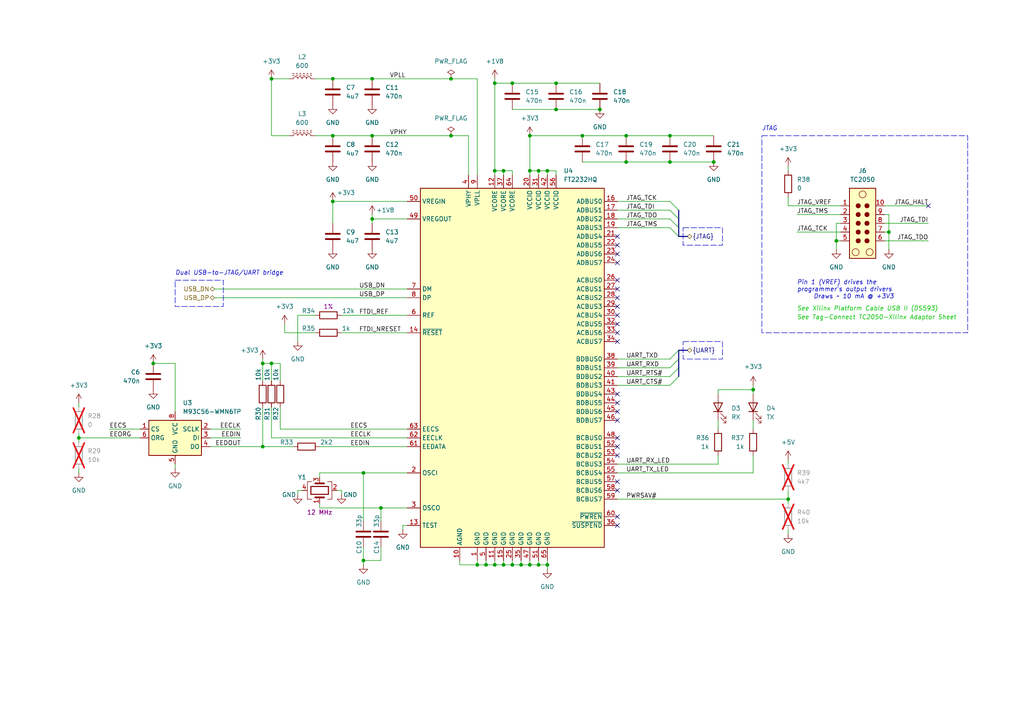
<source format=kicad_sch>
(kicad_sch (version 20250114) (generator "eeschema") (generator_version "9.0")
  (paper "A4")
  (title_block (title "nuku.carrier.template.basic") (date "2025-06-09") (rev "0") (company "Samuel López Asunción") (comment 1 "@supersmau"))
  (lib_symbols
    (symbol "Connector:TC2050" (in_bom no)
      (property "Reference" "J" (at 1.27 11.43 0))
      (property "Value" "TC2050" (at 1.27 -11.43 0))
      (symbol "TC2050_1_1"
        (rectangle (start -2.54 10.16) (end 5.08 -10.16) (stroke (width 0.254)) (fill (type background)))
        (circle (center -0.762 -8.382) (radius 1.016))
        (circle (center 0 5.08) (radius 0.635) (fill (type outline)))
        (circle (center 0 2.54) (radius 0.635) (fill (type outline)))
        (circle (center 0 0) (radius 0.635) (fill (type outline)))
        (circle (center 0 -2.54) (radius 0.635) (fill (type outline)))
        (circle (center 0 -5.08) (radius 0.635) (fill (type outline)))
        (circle (center 1.27 8.382) (radius 1.016))
        (circle (center 2.54 5.08) (radius 0.635) (fill (type outline)))
        (circle (center 2.54 2.54) (radius 0.635) (fill (type outline)))
        (circle (center 2.54 0) (radius 0.635) (fill (type outline)))
        (circle (center 2.54 -2.54) (radius 0.635) (fill (type outline)))
        (circle (center 2.54 -5.08) (radius 0.635) (fill (type outline)))
        (circle (center 3.302 -8.382) (radius 1.016))
        (pin passive line (at -5.08 5.08 0) (length 2.54) (name "~") (number "1"))
        (pin passive line (at -5.08 2.54 0) (length 2.54) (name "~") (number "2"))
        (pin passive line (at -5.08 0 0) (length 2.54) (name "~") (number "3"))
        (pin passive line (at -5.08 -2.54 0) (length 2.54) (name "~") (number "4"))
        (pin passive line (at -5.08 -5.08 0) (length 2.54) (name "~") (number "5"))
        (pin passive line (at 7.62 5.08 180) (length 2.54) (name "~") (number "10"))
        (pin passive line (at 7.62 2.54 180) (length 2.54) (name "~") (number "9"))
        (pin passive line (at 7.62 0 180) (length 2.54) (name "~") (number "8"))
        (pin passive line (at 7.62 -2.54 180) (length 2.54) (name "~") (number "7"))
        (pin passive line (at 7.62 -5.08 180) (length 2.54) (name "~") (number "6"))
      )
    )
    (symbol "Device:C" (pin_numbers (hide yes)) (pin_names (offset 0.254))
      (property "Reference" "C" (at 0.635 2.54 0))
      (property "Value" "C" (at 0.635 -2.54 0))
      (symbol "C_0_1"
        (polyline (pts (xy -2.032 0.762) (xy 2.032 0.762)) (stroke (width 0.508)))
        (polyline (pts (xy -2.032 -0.762) (xy 2.032 -0.762)) (stroke (width 0.508)))
      )
      (symbol "C_1_1"
        (pin passive line (at 0 3.81 270) (length 2.794) (name "~") (number "1"))
        (pin passive line (at 0 -3.81 90) (length 2.794) (name "~") (number "2"))
      )
    )
    (symbol "Device:Crystal_GND24" (pin_names (offset 1.016) (hide yes))
      (property "Reference" "Y" (at 3.175 5.08 0))
      (property "Value" "Crystal_GND24" (at 3.175 3.175 0))
      (symbol "Crystal_GND24_0_1"
        (polyline (pts (xy -2.54 2.286) (xy -2.54 3.556) (xy 2.54 3.556) (xy 2.54 2.286)))
        (polyline (pts (xy -2.54 0) (xy -2.032 0)))
        (polyline (pts (xy -2.54 -2.286) (xy -2.54 -3.556) (xy 2.54 -3.556) (xy 2.54 -2.286)))
        (polyline (pts (xy -2.032 -1.27) (xy -2.032 1.27)) (stroke (width 0.508)))
        (rectangle (start -1.143 2.54) (end 1.143 -2.54) (stroke (width 0.3048)))
        (polyline (pts (xy 0 3.556) (xy 0 3.81)))
        (polyline (pts (xy 0 -3.81) (xy 0 -3.556)))
        (polyline (pts (xy 2.032 0) (xy 2.54 0)))
        (polyline (pts (xy 2.032 -1.27) (xy 2.032 1.27)) (stroke (width 0.508)))
      )
      (symbol "Crystal_GND24_1_1"
        (pin passive line (at -3.81 0 0) (length 1.27) (name "1") (number "1"))
        (pin passive line (at 0 5.08 270) (length 1.27) (name "2") (number "2"))
        (pin passive line (at 0 -5.08 90) (length 1.27) (name "4") (number "4"))
        (pin passive line (at 3.81 0 180) (length 1.27) (name "3") (number "3"))
      )
    )
    (symbol "Device:LED" (pin_numbers (hide yes)) (pin_names (offset 1.016) (hide yes))
      (property "Reference" "D" (at 0 2.54 0))
      (property "Value" "LED" (at 0 -2.54 0))
      (symbol "LED_0_1"
        (polyline (pts (xy -3.048 -0.762) (xy -4.572 -2.286) (xy -3.81 -2.286) (xy -4.572 -2.286) (xy -4.572 -1.524)))
        (polyline (pts (xy -1.778 -0.762) (xy -3.302 -2.286) (xy -2.54 -2.286) (xy -3.302 -2.286) (xy -3.302 -1.524)))
        (polyline (pts (xy -1.27 0) (xy 1.27 0)))
        (polyline (pts (xy -1.27 -1.27) (xy -1.27 1.27)) (stroke (width 0.254)))
        (polyline (pts (xy 1.27 -1.27) (xy 1.27 1.27) (xy -1.27 0) (xy 1.27 -1.27)) (stroke (width 0.254)))
      )
      (symbol "LED_1_1"
        (pin passive line (at -3.81 0 0) (length 2.54) (name "K") (number "1"))
        (pin passive line (at 3.81 0 180) (length 2.54) (name "A") (number "2"))
      )
    )
    (symbol "Device:L_Ferrite" (pin_numbers (hide yes)) (pin_names (offset 1.016) (hide yes))
      (property "Reference" "L" (at -1.27 0 90))
      (property "Value" "L_Ferrite" (at 2.794 0 90))
      (symbol "L_Ferrite_0_1"
        (arc (start 0 2.54) (mid 0.6323 1.905) (end 0 1.27))
        (arc (start 0 1.27) (mid 0.6323 0.635) (end 0 0))
        (arc (start 0 0) (mid 0.6323 -0.635) (end 0 -1.27))
        (arc (start 0 -1.27) (mid 0.6323 -1.905) (end 0 -2.54))
        (polyline (pts (xy 1.016 2.286) (xy 1.016 2.794)))
        (polyline (pts (xy 1.016 1.27) (xy 1.016 1.778)))
        (polyline (pts (xy 1.016 0.254) (xy 1.016 0.762)))
        (polyline (pts (xy 1.016 -0.762) (xy 1.016 -0.254)))
        (polyline (pts (xy 1.016 -1.778) (xy 1.016 -1.27)))
        (polyline (pts (xy 1.016 -2.794) (xy 1.016 -2.286)))
        (polyline (pts (xy 1.524 2.794) (xy 1.524 2.286)))
        (polyline (pts (xy 1.524 1.778) (xy 1.524 1.27)))
        (polyline (pts (xy 1.524 0.762) (xy 1.524 0.254)))
        (polyline (pts (xy 1.524 -0.254) (xy 1.524 -0.762)))
        (polyline (pts (xy 1.524 -1.27) (xy 1.524 -1.778)))
        (polyline (pts (xy 1.524 -2.286) (xy 1.524 -2.794)))
      )
      (symbol "L_Ferrite_1_1"
        (pin passive line (at 0 3.81 270) (length 1.27) (name "1") (number "1"))
        (pin passive line (at 0 -3.81 90) (length 1.27) (name "2") (number "2"))
      )
    )
    (symbol "Device:R" (pin_numbers (hide yes)) (pin_names (offset 0))
      (property "Reference" "R" (at 2.032 0 90))
      (property "Value" "R" (at 0 0 90))
      (symbol "R_0_1"
        (rectangle (start -1.016 -2.54) (end 1.016 2.54) (stroke (width 0.254)))
      )
      (symbol "R_1_1"
        (pin passive line (at 0 3.81 270) (length 1.27) (name "~") (number "1"))
        (pin passive line (at 0 -3.81 90) (length 1.27) (name "~") (number "2"))
      )
    )
    (symbol "Interface_USB:FT2232HQ"
      (property "Reference" "U" (at -26.67 53.34 0))
      (property "Value" "FT2232HQ" (at 19.05 53.34 0))
      (symbol "FT2232HQ_0_1"
        (rectangle (start -26.67 -52.07) (end 26.67 52.07) (stroke (width 0.254)) (fill (type background)))
      )
      (symbol "FT2232HQ_1_1"
        (pin power_in line (at -30.48 48.26 0) (length 3.81) (name "VREGIN") (number "50"))
        (pin power_out line (at -30.48 43.18 0) (length 3.81) (name "VREGOUT") (number "49"))
        (pin bidirectional line (at -30.48 22.86 0) (length 3.81) (name "DM") (number "7"))
        (pin bidirectional line (at -30.48 20.32 0) (length 3.81) (name "DP") (number "8"))
        (pin output line (at -30.48 15.24 0) (length 3.81) (name "REF") (number "6"))
        (pin input line (at -30.48 10.16 0) (length 3.81) (name "~{RESET}") (number "14"))
        (pin output line (at -30.48 -17.78 0) (length 3.81) (name "EECS") (number "63"))
        (pin output line (at -30.48 -20.32 0) (length 3.81) (name "EECLK") (number "62"))
        (pin bidirectional line (at -30.48 -22.86 0) (length 3.81) (name "EEDATA") (number "61"))
        (pin input line (at -30.48 -30.48 0) (length 3.81) (name "OSCI") (number "2"))
        (pin output line (at -30.48 -40.64 0) (length 3.81) (name "OSCO") (number "3"))
        (pin input line (at -30.48 -45.72 0) (length 3.81) (name "TEST") (number "13"))
        (pin power_in line (at -15.24 -55.88 90) (length 3.81) (name "AGND") (number "10"))
        (pin power_in line (at -12.7 55.88 270) (length 3.81) (name "VPHY") (number "4"))
        (pin input line (at -10.16 55.88 270) (length 3.81) (name "VPLL") (number "9"))
        (pin power_in line (at -10.16 -55.88 90) (length 3.81) (name "GND") (number "1"))
        (pin power_in line (at -7.62 -55.88 90) (length 3.81) (name "GND") (number "5"))
        (pin power_in line (at -5.08 55.88 270) (length 3.81) (name "VCORE") (number "12"))
        (pin power_in line (at -5.08 -55.88 90) (length 3.81) (name "GND") (number "11"))
        (pin power_in line (at -2.54 55.88 270) (length 3.81) (name "VCORE") (number "37"))
        (pin power_in line (at -2.54 -55.88 90) (length 3.81) (name "GND") (number "15"))
        (pin power_in line (at 0 55.88 270) (length 3.81) (name "VCORE") (number "64"))
        (pin power_in line (at 0 -55.88 90) (length 3.81) (name "GND") (number "25"))
        (pin power_in line (at 2.54 -55.88 90) (length 3.81) (name "GND") (number "35"))
        (pin power_in line (at 5.08 55.88 270) (length 3.81) (name "VCCIO") (number "20"))
        (pin power_in line (at 5.08 -55.88 90) (length 3.81) (name "GND") (number "47"))
        (pin power_in line (at 7.62 55.88 270) (length 3.81) (name "VCCIO") (number "31"))
        (pin power_in line (at 7.62 -55.88 90) (length 3.81) (name "GND") (number "51"))
        (pin power_in line (at 10.16 55.88 270) (length 3.81) (name "VCCIO") (number "42"))
        (pin power_in line (at 10.16 -55.88 90) (length 3.81) (name "GND") (number "65"))
        (pin power_in line (at 12.7 55.88 270) (length 3.81) (name "VCCIO") (number "56"))
        (pin bidirectional line (at 30.48 48.26 180) (length 3.81) (name "ADBUS0") (number "16"))
        (pin bidirectional line (at 30.48 45.72 180) (length 3.81) (name "ADBUS1") (number "17"))
        (pin bidirectional line (at 30.48 43.18 180) (length 3.81) (name "ADBUS2") (number "18"))
        (pin bidirectional line (at 30.48 40.64 180) (length 3.81) (name "ADBUS3") (number "19"))
        (pin bidirectional line (at 30.48 38.1 180) (length 3.81) (name "ADBUS4") (number "21"))
        (pin bidirectional line (at 30.48 35.56 180) (length 3.81) (name "ADBUS5") (number "22"))
        (pin bidirectional line (at 30.48 33.02 180) (length 3.81) (name "ADBUS6") (number "23"))
        (pin bidirectional line (at 30.48 30.48 180) (length 3.81) (name "ADBUS7") (number "24"))
        (pin bidirectional line (at 30.48 25.4 180) (length 3.81) (name "ACBUS0") (number "26"))
        (pin bidirectional line (at 30.48 22.86 180) (length 3.81) (name "ACBUS1") (number "27"))
        (pin bidirectional line (at 30.48 20.32 180) (length 3.81) (name "ACBUS2") (number "28"))
        (pin bidirectional line (at 30.48 17.78 180) (length 3.81) (name "ACBUS3") (number "29"))
        (pin bidirectional line (at 30.48 15.24 180) (length 3.81) (name "ACBUS4") (number "30"))
        (pin bidirectional line (at 30.48 12.7 180) (length 3.81) (name "ACBUS5") (number "32"))
        (pin bidirectional line (at 30.48 10.16 180) (length 3.81) (name "ACBUS6") (number "33"))
        (pin bidirectional line (at 30.48 7.62 180) (length 3.81) (name "ACBUS7") (number "34"))
        (pin bidirectional line (at 30.48 2.54 180) (length 3.81) (name "BDBUS0") (number "38"))
        (pin bidirectional line (at 30.48 0 180) (length 3.81) (name "BDBUS1") (number "39"))
        (pin bidirectional line (at 30.48 -2.54 180) (length 3.81) (name "BDBUS2") (number "40"))
        (pin bidirectional line (at 30.48 -5.08 180) (length 3.81) (name "BDBUS3") (number "41"))
        (pin bidirectional line (at 30.48 -7.62 180) (length 3.81) (name "BDBUS4") (number "43"))
        (pin bidirectional line (at 30.48 -10.16 180) (length 3.81) (name "BDBUS5") (number "44"))
        (pin bidirectional line (at 30.48 -12.7 180) (length 3.81) (name "BDBUS6") (number "45"))
        (pin bidirectional line (at 30.48 -15.24 180) (length 3.81) (name "BDBUS7") (number "46"))
        (pin bidirectional line (at 30.48 -20.32 180) (length 3.81) (name "BCBUS0") (number "48"))
        (pin bidirectional line (at 30.48 -22.86 180) (length 3.81) (name "BCBUS1") (number "52"))
        (pin bidirectional line (at 30.48 -25.4 180) (length 3.81) (name "BCBUS2") (number "53"))
        (pin bidirectional line (at 30.48 -27.94 180) (length 3.81) (name "BCBUS3") (number "54"))
        (pin bidirectional line (at 30.48 -30.48 180) (length 3.81) (name "BCBUS4") (number "55"))
        (pin bidirectional line (at 30.48 -33.02 180) (length 3.81) (name "BCBUS5") (number "57"))
        (pin bidirectional line (at 30.48 -35.56 180) (length 3.81) (name "BCBUS6") (number "58"))
        (pin bidirectional line (at 30.48 -38.1 180) (length 3.81) (name "BCBUS7") (number "59"))
        (pin output line (at 30.48 -43.18 180) (length 3.81) (name "~{PWREN}") (number "60"))
        (pin output line (at 30.48 -45.72 180) (length 3.81) (name "~{SUSPEND}") (number "36"))
      )
    )
    (symbol "Memory_EEPROM:93CxxC"
      (property "Reference" "U" (at -7.62 6.35 0))
      (property "Value" "93CxxC" (at 2.54 -6.35 0))
      (symbol "93CxxC_1_1"
        (rectangle (start -7.62 5.08) (end 7.62 -5.08) (stroke (width 0.254)) (fill (type background)))
        (pin input line (at -10.16 2.54 0) (length 2.54) (name "CS") (number "1"))
        (pin input line (at -10.16 0 0) (length 2.54) (name "ORG") (number "6"))
        (pin no_connect line (at -7.62 -2.54 0) (length 2.54) (hide yes) (name "NC") (number "7"))
        (pin power_in line (at 0 7.62 270) (length 2.54) (name "VCC") (number "8"))
        (pin power_in line (at 0 -7.62 90) (length 2.54) (name "GND") (number "5"))
        (pin input line (at 10.16 2.54 180) (length 2.54) (name "SCLK") (number "2"))
        (pin input line (at 10.16 0 180) (length 2.54) (name "DI") (number "3"))
        (pin tri_state line (at 10.16 -2.54 180) (length 2.54) (name "DO") (number "4"))
      )
    )
    (symbol "power:+3V3" (power) (pin_numbers (hide yes)) (pin_names (offset 0) (hide yes))
      (property "Value" "+3V3" (at 0 3.556 0))
      (symbol "+3V3_0_1"
        (polyline (pts (xy -0.762 1.27) (xy 0 2.54)))
        (polyline (pts (xy 0 2.54) (xy 0.762 1.27)))
        (polyline (pts (xy 0 0) (xy 0 2.54)))
      )
      (symbol "+3V3_1_1"
        (pin power_in line (at 0 0 90) (length 0) (name "~") (number "1"))
      )
    )
    (symbol "power:GND" (power) (pin_numbers (hide yes)) (pin_names (offset 0) (hide yes))
      (property "Value" "GND" (at 0 -3.81 0))
      (symbol "GND_0_1"
        (polyline (pts (xy 0 0) (xy 0 -1.27) (xy 1.27 -1.27) (xy 0 -2.54) (xy -1.27 -1.27) (xy 0 -1.27)))
      )
      (symbol "GND_1_1"
        (pin power_in line (at 0 0 270) (length 0) (name "~") (number "1"))
      )
    )
    (symbol "power:PWR_FLAG" (power) (pin_numbers (hide yes)) (pin_names (offset 0) (hide yes))
      (property "Value" "PWR_FLAG" (at 0 3.81 0))
      (symbol "PWR_FLAG_0_0"
        (pin power_out line (at 0 0 90) (length 0) (name "~") (number "1"))
      )
      (symbol "PWR_FLAG_0_1"
        (polyline (pts (xy 0 0) (xy 0 1.27) (xy -1.016 1.905) (xy 0 2.54) (xy 1.016 1.905) (xy 0 1.27)))
      )
    )
    (symbol "power:VCC" (power) (pin_numbers (hide yes)) (pin_names (offset 0) (hide yes))
      (property "Value" "VCC" (at 0 3.556 0))
      (symbol "VCC_0_1"
        (polyline (pts (xy -0.762 1.27) (xy 0 2.54)))
        (polyline (pts (xy 0 2.54) (xy 0.762 1.27)))
        (polyline (pts (xy 0 0) (xy 0 2.54)))
      )
      (symbol "VCC_1_1"
        (pin power_in line (at 0 0 90) (length 0) (name "~") (number "1"))
      )
    )
  )
  (rectangle (start 198.12 66.04) (end 209.55 71.12) (stroke (width 0) (type dash)))
  (rectangle (start 198.12 99.06) (end 209.55 104.14) (stroke (width 0) (type dash)))
  (rectangle (start 50.8 81.28) (end 64.77 88.9) (stroke (width 0) (type dash)))
  (rectangle (start 220.98 39.37) (end 280.67 96.52) (stroke (width 0) (type dash)))
  (text "Pin 1 (VREF) drives the\nprogrammer's output drivers\n	Draws ~ 10 mA @ +3V3" (at 231.14 81.28 0) (effects (font (size 1.27 1.27) (italic yes)) (justify left top)))
  (text "See Tag-Connect TC2050-Xilinx Adaptor Sheet" (at 231.14 91.44 0) (effects (font (size 1.27 1.27) (italic yes)) (justify left top)))
  (text "See Xilinx Platform Cable USB II (DS593)" (at 231.14 88.9 0) (effects (font (size 1.27 1.27) (italic yes)) (justify left top)))
  (text "Dual USB-to-JTAG/UART bridge" (at 50.8 80.01 0) (effects (font (size 1.27 1.27) (italic yes)) (justify left bottom)))
  (text "JTAG" (at 220.98 38.1 0) (effects (font (size 1.27 1.27) (italic yes)) (justify left bottom)))
  (junction (at 257.81 67.31))
  (junction (at 143.51 163.83))
  (junction (at 148.59 163.83))
  (junction (at 146.05 49.53))
  (junction (at 242.57 69.85))
  (junction (at 218.44 113.03))
  (junction (at 96.52 39.37))
  (junction (at 107.95 22.86))
  (junction (at 161.29 31.75))
  (junction (at 105.41 137.16))
  (junction (at 153.67 163.83))
  (junction (at 153.67 49.53))
  (junction (at 78.74 22.86))
  (junction (at 105.41 162.56))
  (junction (at 158.75 49.53))
  (junction (at 107.95 63.5))
  (junction (at 76.2 105.41))
  (junction (at 194.31 39.37))
  (junction (at 146.05 163.83))
  (junction (at 168.91 39.37))
  (junction (at 156.21 49.53))
  (junction (at 158.75 163.83))
  (junction (at 107.95 39.37))
  (junction (at 143.51 49.53))
  (junction (at 140.97 163.83))
  (junction (at 151.13 163.83))
  (junction (at 96.52 58.42))
  (junction (at 228.6 144.78))
  (junction (at 194.31 46.99))
  (junction (at 173.99 31.75))
  (junction (at 110.49 147.32))
  (junction (at 181.61 39.37))
  (junction (at 156.21 163.83))
  (junction (at 130.81 39.37))
  (junction (at 44.45 105.41))
  (junction (at 207.01 46.99))
  (junction (at 76.2 129.54))
  (junction (at 181.61 46.99))
  (junction (at 78.74 105.41))
  (junction (at 143.51 24.13))
  (junction (at 161.29 24.13))
  (junction (at 138.43 163.83))
  (junction (at 22.86 127))
  (junction (at 153.67 39.37))
  (junction (at 130.81 22.86))
  (junction (at 96.52 22.86))
  (junction (at 148.59 24.13))
  (no_connect (at 179.07 127))
  (no_connect (at 179.07 132.08))
  (no_connect (at 179.07 93.98))
  (no_connect (at 179.07 121.92))
  (no_connect (at 179.07 73.66))
  (no_connect (at 179.07 99.06))
  (no_connect (at 179.07 76.2))
  (no_connect (at 179.07 119.38))
  (no_connect (at 179.07 91.44))
  (no_connect (at 179.07 116.84))
  (no_connect (at 179.07 81.28))
  (no_connect (at 179.07 71.12))
  (no_connect (at 179.07 68.58))
  (no_connect (at 179.07 142.24))
  (no_connect (at 179.07 88.9))
  (no_connect (at 269.24 59.69))
  (no_connect (at 179.07 152.4))
  (no_connect (at 179.07 149.86))
  (no_connect (at 179.07 86.36))
  (no_connect (at 179.07 114.3))
  (no_connect (at 179.07 139.7))
  (no_connect (at 179.07 96.52))
  (no_connect (at 179.07 129.54))
  (no_connect (at 179.07 83.82))
  (bus_entry (at 196.85 106.68) (size -2.54 2.54))
  (bus_entry (at 194.31 63.5) (size 2.54 2.54))
  (bus_entry (at 196.85 104.14) (size -2.54 2.54))
  (bus_entry (at 196.85 101.6) (size -2.54 2.54))
  (bus_entry (at 194.31 58.42) (size 2.54 2.54))
  (bus_entry (at 194.31 111.76) (size 2.54 -2.54))
  (bus_entry (at 194.31 60.96) (size 2.54 2.54))
  (bus_entry (at 196.85 68.58) (size -2.54 -2.54))
  (wire (pts (xy 105.41 162.56) (xy 105.41 163.83)))
  (wire (pts (xy 161.29 31.75) (xy 173.99 31.75)))
  (wire (pts (xy 60.96 127) (xy 69.85 127)))
  (wire (pts (xy 83.82 39.37) (xy 78.74 39.37)))
  (wire (pts (xy 143.51 49.53) (xy 143.51 50.8)))
  (wire (pts (xy 22.86 125.73) (xy 22.86 127)))
  (wire (pts (xy 138.43 163.83) (xy 140.97 163.83)))
  (wire (pts (xy 194.31 46.99) (xy 207.01 46.99)))
  (wire (pts (xy 116.84 153.67) (xy 116.84 152.4)))
  (wire (pts (xy 179.07 63.5) (xy 194.31 63.5)))
  (wire (pts (xy 78.74 105.41) (xy 76.2 105.41)))
  (wire (pts (xy 138.43 50.8) (xy 138.43 22.86)))
  (wire (pts (xy 179.07 104.14) (xy 194.31 104.14)))
  (wire (pts (xy 60.96 129.54) (xy 76.2 129.54)))
  (wire (pts (xy 218.44 113.03) (xy 218.44 114.3)))
  (wire (pts (xy 86.36 143.51) (xy 86.36 142.24)))
  (wire (pts (xy 158.75 49.53) (xy 156.21 49.53)))
  (wire (pts (xy 135.89 50.8) (xy 135.89 39.37)))
  (wire (pts (xy 194.31 39.37) (xy 207.01 39.37)))
  (wire (pts (xy 22.86 137.16) (xy 22.86 135.89)))
  (wire (pts (xy 148.59 24.13) (xy 161.29 24.13)))
  (wire (pts (xy 153.67 49.53) (xy 153.67 50.8)))
  (wire (pts (xy 96.52 39.37) (xy 107.95 39.37)))
  (wire (pts (xy 107.95 63.5) (xy 107.95 64.77)))
  (wire (pts (xy 22.86 116.84) (xy 22.86 118.11)))
  (wire (pts (xy 256.54 64.77) (xy 269.24 64.77)))
  (bus (pts (xy 196.85 60.96) (xy 196.85 63.5)))
  (wire (pts (xy 76.2 105.41) (xy 76.2 110.49)))
  (wire (pts (xy 148.59 50.8) (xy 148.59 49.53)))
  (wire (pts (xy 92.71 147.32) (xy 110.49 147.32)))
  (wire (pts (xy 107.95 22.86) (xy 130.81 22.86)))
  (wire (pts (xy 228.6 154.94) (xy 228.6 153.67)))
  (wire (pts (xy 256.54 59.69) (xy 269.24 59.69)))
  (wire (pts (xy 91.44 22.86) (xy 96.52 22.86)))
  (wire (pts (xy 257.81 72.39) (xy 257.81 67.31)))
  (wire (pts (xy 31.75 124.46) (xy 40.64 124.46)))
  (wire (pts (xy 130.81 22.86) (xy 138.43 22.86)))
  (wire (pts (xy 78.74 118.11) (xy 78.74 127)))
  (wire (pts (xy 161.29 50.8) (xy 161.29 49.53)))
  (wire (pts (xy 151.13 163.83) (xy 153.67 163.83)))
  (wire (pts (xy 179.07 111.76) (xy 194.31 111.76)))
  (wire (pts (xy 243.84 64.77) (xy 242.57 64.77)))
  (wire (pts (xy 179.07 58.42) (xy 194.31 58.42)))
  (wire (pts (xy 86.36 91.44) (xy 91.44 91.44)))
  (bus (pts (xy 196.85 68.58) (xy 199.39 68.58)))
  (wire (pts (xy 242.57 69.85) (xy 243.84 69.85)))
  (wire (pts (xy 86.36 142.24) (xy 87.63 142.24)))
  (wire (pts (xy 81.28 118.11) (xy 81.28 124.46)))
  (wire (pts (xy 133.35 163.83) (xy 133.35 162.56)))
  (wire (pts (xy 156.21 163.83) (xy 156.21 162.56)))
  (wire (pts (xy 146.05 49.53) (xy 143.51 49.53)))
  (wire (pts (xy 105.41 162.56) (xy 110.49 162.56)))
  (wire (pts (xy 91.44 39.37) (xy 96.52 39.37)))
  (wire (pts (xy 158.75 163.83) (xy 158.75 165.1)))
  (wire (pts (xy 99.06 142.24) (xy 99.06 143.51)))
  (wire (pts (xy 218.44 121.92) (xy 218.44 124.46)))
  (wire (pts (xy 140.97 163.83) (xy 143.51 163.83)))
  (wire (pts (xy 50.8 135.89) (xy 50.8 134.62)))
  (wire (pts (xy 179.07 60.96) (xy 194.31 60.96)))
  (wire (pts (xy 179.07 137.16) (xy 218.44 137.16)))
  (wire (pts (xy 242.57 69.85) (xy 242.57 72.39)))
  (wire (pts (xy 78.74 22.86) (xy 83.82 22.86)))
  (wire (pts (xy 22.86 127) (xy 40.64 127)))
  (wire (pts (xy 208.28 134.62) (xy 208.28 132.08)))
  (wire (pts (xy 218.44 111.76) (xy 218.44 113.03)))
  (wire (pts (xy 92.71 138.43) (xy 92.71 137.16)))
  (wire (pts (xy 228.6 59.69) (xy 243.84 59.69)))
  (wire (pts (xy 86.36 99.06) (xy 86.36 91.44)))
  (wire (pts (xy 228.6 49.53) (xy 228.6 48.26)))
  (wire (pts (xy 143.51 24.13) (xy 143.51 22.86)))
  (wire (pts (xy 208.28 121.92) (xy 208.28 124.46)))
  (wire (pts (xy 228.6 142.24) (xy 228.6 144.78)))
  (wire (pts (xy 179.07 109.22) (xy 194.31 109.22)))
  (wire (pts (xy 81.28 110.49) (xy 81.28 105.41)))
  (wire (pts (xy 231.14 67.31) (xy 243.84 67.31)))
  (wire (pts (xy 181.61 46.99) (xy 194.31 46.99)))
  (wire (pts (xy 179.07 66.04) (xy 194.31 66.04)))
  (wire (pts (xy 116.84 152.4) (xy 118.11 152.4)))
  (wire (pts (xy 91.44 96.52) (xy 82.55 96.52)))
  (wire (pts (xy 105.41 137.16) (xy 105.41 151.13)))
  (wire (pts (xy 50.8 105.41) (xy 50.8 119.38)))
  (wire (pts (xy 208.28 113.03) (xy 218.44 113.03)))
  (wire (pts (xy 161.29 24.13) (xy 173.99 24.13)))
  (wire (pts (xy 105.41 158.75) (xy 105.41 162.56)))
  (wire (pts (xy 81.28 124.46) (xy 118.11 124.46)))
  (wire (pts (xy 96.52 58.42) (xy 118.11 58.42)))
  (wire (pts (xy 92.71 129.54) (xy 118.11 129.54)))
  (wire (pts (xy 96.52 58.42) (xy 96.52 64.77)))
  (wire (pts (xy 146.05 163.83) (xy 146.05 162.56)))
  (wire (pts (xy 256.54 69.85) (xy 269.24 69.85)))
  (wire (pts (xy 148.59 31.75) (xy 161.29 31.75)))
  (wire (pts (xy 156.21 49.53) (xy 156.21 50.8)))
  (wire (pts (xy 179.07 144.78) (xy 228.6 144.78)))
  (wire (pts (xy 143.51 163.83) (xy 146.05 163.83)))
  (wire (pts (xy 81.28 105.41) (xy 78.74 105.41)))
  (wire (pts (xy 99.06 91.44) (xy 118.11 91.44)))
  (bus (pts (xy 196.85 104.14) (xy 196.85 101.6)))
  (wire (pts (xy 60.96 124.46) (xy 69.85 124.46)))
  (wire (pts (xy 133.35 163.83) (xy 138.43 163.83)))
  (wire (pts (xy 110.49 147.32) (xy 110.49 151.13)))
  (bus (pts (xy 196.85 109.22) (xy 196.85 106.68)))
  (wire (pts (xy 179.07 134.62) (xy 208.28 134.62)))
  (wire (pts (xy 168.91 39.37) (xy 181.61 39.37)))
  (wire (pts (xy 78.74 39.37) (xy 78.74 22.86)))
  (wire (pts (xy 97.79 142.24) (xy 99.06 142.24)))
  (wire (pts (xy 92.71 146.05) (xy 92.71 147.32)))
  (wire (pts (xy 228.6 146.05) (xy 228.6 144.78)))
  (wire (pts (xy 218.44 137.16) (xy 218.44 132.08)))
  (wire (pts (xy 181.61 39.37) (xy 194.31 39.37)))
  (wire (pts (xy 76.2 118.11) (xy 76.2 129.54)))
  (wire (pts (xy 107.95 63.5) (xy 118.11 63.5)))
  (wire (pts (xy 148.59 163.83) (xy 151.13 163.83)))
  (wire (pts (xy 242.57 64.77) (xy 242.57 69.85)))
  (wire (pts (xy 231.14 62.23) (xy 243.84 62.23)))
  (wire (pts (xy 208.28 113.03) (xy 208.28 114.3)))
  (wire (pts (xy 153.67 39.37) (xy 153.67 49.53)))
  (bus (pts (xy 196.85 63.5) (xy 196.85 66.04)))
  (wire (pts (xy 143.51 49.53) (xy 143.51 24.13)))
  (bus (pts (xy 196.85 106.68) (xy 196.85 104.14)))
  (wire (pts (xy 143.51 24.13) (xy 148.59 24.13)))
  (wire (pts (xy 148.59 163.83) (xy 148.59 162.56)))
  (wire (pts (xy 99.06 96.52) (xy 118.11 96.52)))
  (wire (pts (xy 92.71 137.16) (xy 105.41 137.16)))
  (wire (pts (xy 44.45 105.41) (xy 50.8 105.41)))
  (wire (pts (xy 96.52 22.86) (xy 107.95 22.86)))
  (wire (pts (xy 256.54 62.23) (xy 257.81 62.23)))
  (wire (pts (xy 146.05 49.53) (xy 146.05 50.8)))
  (wire (pts (xy 257.81 67.31) (xy 256.54 67.31)))
  (wire (pts (xy 158.75 163.83) (xy 158.75 162.56)))
  (wire (pts (xy 22.86 127) (xy 22.86 128.27)))
  (wire (pts (xy 257.81 62.23) (xy 257.81 67.31)))
  (wire (pts (xy 168.91 46.99) (xy 181.61 46.99)))
  (wire (pts (xy 143.51 163.83) (xy 143.51 162.56)))
  (wire (pts (xy 82.55 96.52) (xy 82.55 93.98)))
  (wire (pts (xy 140.97 163.83) (xy 140.97 162.56)))
  (wire (pts (xy 110.49 147.32) (xy 118.11 147.32)))
  (wire (pts (xy 146.05 163.83) (xy 148.59 163.83)))
  (bus (pts (xy 196.85 66.04) (xy 196.85 68.58)))
  (wire (pts (xy 62.23 86.36) (xy 118.11 86.36)))
  (wire (pts (xy 148.59 49.53) (xy 146.05 49.53)))
  (wire (pts (xy 153.67 163.83) (xy 153.67 162.56)))
  (wire (pts (xy 107.95 39.37) (xy 130.81 39.37)))
  (wire (pts (xy 62.23 83.82) (xy 118.11 83.82)))
  (wire (pts (xy 105.41 137.16) (xy 118.11 137.16)))
  (wire (pts (xy 76.2 104.14) (xy 76.2 105.41)))
  (wire (pts (xy 138.43 163.83) (xy 138.43 162.56)))
  (wire (pts (xy 228.6 133.35) (xy 228.6 134.62)))
  (wire (pts (xy 161.29 49.53) (xy 158.75 49.53)))
  (bus (pts (xy 196.85 101.6) (xy 199.39 101.6)))
  (wire (pts (xy 76.2 129.54) (xy 85.09 129.54)))
  (wire (pts (xy 153.67 163.83) (xy 156.21 163.83)))
  (wire (pts (xy 228.6 59.69) (xy 228.6 57.15)))
  (wire (pts (xy 151.13 163.83) (xy 151.13 162.56)))
  (wire (pts (xy 78.74 127) (xy 118.11 127)))
  (wire (pts (xy 107.95 62.23) (xy 107.95 63.5)))
  (wire (pts (xy 156.21 163.83) (xy 158.75 163.83)))
  (wire (pts (xy 156.21 49.53) (xy 153.67 49.53)))
  (wire (pts (xy 158.75 49.53) (xy 158.75 50.8)))
  (wire (pts (xy 110.49 158.75) (xy 110.49 162.56)))
  (wire (pts (xy 78.74 105.41) (xy 78.74 110.49)))
  (wire (pts (xy 130.81 39.37) (xy 135.89 39.37)))
  (wire (pts (xy 179.07 106.68) (xy 194.31 106.68)))
  (wire (pts (xy 153.67 39.37) (xy 168.91 39.37)))
  (label "EECS" (at 31.75 124.46 0))
  (label "VPLL" (at 113.03 22.86 0))
  (label "FTDI_NRESET" (at 104.14 96.52 0))
  (label "UART_CTS#" (at 181.61 111.76 0))
  (label "UART_RTS#" (at 181.61 109.22 0))
  (label "JTAG_TDO" (at 181.61 63.5 0))
  (label "JTAG_TCK" (at 181.61 58.42 0))
  (label "JTAG_TCK" (at 231.14 67.31 0))
  (label "JTAG_TDI" (at 181.61 60.96 0))
  (label "EEORG" (at 31.75 127 0))
  (label "JTAG_TMS" (at 231.14 62.23 0))
  (label "JTAG_TMS" (at 181.61 66.04 0))
  (label "EEDIN" (at 101.6 129.54 0))
  (label "JTAG_TDO" (at 269.24 69.85 180))
  (label "JTAG_TDI" (at 269.24 64.77 180))
  (label "USB_DN" (at 104.14 83.82 0))
  (label "UART_TXD" (at 181.61 104.14 0))
  (label "EECS" (at 101.6 124.46 0))
  (label "UART_RXD" (at 181.61 106.68 0))
  (label "UART_TX_LED" (at 181.61 137.16 0))
  (label "FTDI_REF" (at 104.14 91.44 0))
  (label "EEDOUT" (at 69.85 129.54 180))
  (label "UART_RX_LED" (at 181.61 134.62 0))
  (label "EECLK" (at 101.6 127 0))
  (label "JTAG_VREF" (at 231.14 59.69 0))
  (label "EECLK" (at 69.85 124.46 180))
  (label "EEDIN" (at 69.85 127 180))
  (label "VPHY" (at 113.03 39.37 0))
  (label "JTAG_HALT" (at 269.24 59.69 180))
  (label "PWRSAV#" (at 181.61 144.78 0))
  (label "USB_DP" (at 104.14 86.36 0))
  (hierarchical_label "{UART}" (shape bidirectional) (at 199.39 101.6 0))
  (hierarchical_label "USB_DP" (shape bidirectional) (at 62.23 86.36 180))
  (hierarchical_label "{JTAG}" (shape bidirectional) (at 199.39 68.58 0))
  (hierarchical_label "USB_DN" (shape bidirectional) (at 62.23 83.82 180))
  (symbol (lib_id "Memory_EEPROM:93CxxC") (at 50.8 127 0) (unit 1)
    (property "Reference" "U3" (at 52.9941 116.84 0) (effects (justify left)))
    (property "Value" "M93C56-WMN6TP" (at 52.9941 119.38 0) (effects (justify left)))
    (property "Footprint" "Package_SO:SOIC-8_3.9x4.9mm_P1.27mm" (effects (hide yes)))
    (property "Datasheet" "https://jlcpcb.com/api/file/downloadByFileSystemAccessId/8588904334871941120" (effects (hide yes)))
    (property "LCSC" "C283453" (effects (hide yes)))
  )
  (symbol (lib_id "power:GND") (at 86.36 99.06 0) (unit 1)
    (property "Reference" "#PWR021" (effects (hide yes)))
    (property "Value" "GND" (at 86.36 104.14 0))
    (property "Description" "Power symbol creates a global label with name \"GND\" , ground" (effects (hide yes)))
  )
  (symbol (lib_id "power:GND") (at 96.52 30.48 0) (unit 1)
    (property "Reference" "#PWR023" (effects (hide yes)))
    (property "Value" "GND" (at 96.52 35.56 0))
    (property "Description" "Power symbol creates a global label with name \"GND\" , ground" (effects (hide yes)))
  )
  (symbol (lib_id "power:GND") (at 105.41 163.83 0) (unit 1)
    (property "Reference" "#PWR029" (effects (hide yes)))
    (property "Value" "GND" (at 105.41 168.91 0))
    (property "Description" "Power symbol creates a global label with name \"GND\" , ground" (effects (hide yes)))
  )
  (symbol (lib_id "power:+3V3") (at 44.45 105.41 0) (unit 1)
    (property "Reference" "#PWR05" (effects (hide yes)))
    (property "Value" "+3V3" (at 44.45 100.33 0))
    (property "Description" "Power symbol creates a global label with name \"+3V3\"" (effects (hide yes)))
  )
  (symbol (lib_id "Device:R") (at 95.25 96.52 270) (unit 1)
    (property "Reference" "R35" (at 91.44 95.25 90) (effects (justify right)))
    (property "Value" "1k" (at 101.6 95.25 90) (effects (justify right)))
    (property "Footprint" "Resistor_SMD:R_0402_1005Metric" (effects (hide yes)))
    (property "Description" "Resistor" (effects (hide yes)))
    (property "LCSC" "C11702" (effects (hide yes)))
  )
  (symbol (lib_id "Device:C") (at 96.52 43.18 0) (unit 1)
    (property "Reference" "C8" (at 100.33 41.9099 0) (effects (justify left)))
    (property "Value" "4u7" (at 100.33 44.4499 0) (effects (justify left)))
    (property "Footprint" "Capacitor_SMD:C_0603_1608Metric" (effects (hide yes)))
    (property "Description" "Unpolarized capacitor" (effects (hide yes)))
    (property "LCSC" "C19666" (effects (hide yes)))
  )
  (symbol (lib_id "power:GND") (at 96.52 72.39 0) (unit 1)
    (property "Reference" "#PWR027" (effects (hide yes)))
    (property "Value" "GND" (at 96.52 77.47 0))
    (property "Description" "Power symbol creates a global label with name \"GND\" , ground" (effects (hide yes)))
  )
  (symbol (lib_id "Device:C") (at 148.59 27.94 0) (unit 1)
    (property "Reference" "C15" (at 152.4 26.6699 0) (effects (justify left)))
    (property "Value" "470n" (at 152.4 29.2099 0) (effects (justify left)))
    (property "Footprint" "Capacitor_SMD:C_0402_1005Metric" (effects (hide yes)))
    (property "Description" "Unpolarized capacitor" (effects (hide yes)))
    (property "LCSC" "C47339" (effects (hide yes)))
  )
  (symbol (lib_id "Device:R") (at 228.6 149.86 180) (unit 1) (in_bom no) (on_board no) (dnp yes)
    (property "Reference" "R40" (at 231.14 148.5899 0) (effects (justify right)))
    (property "Value" "10k" (at 231.14 151.1299 0) (effects (justify right)))
    (property "Footprint" "Resistor_SMD:R_0402_1005Metric" (effects (hide yes)))
    (property "Description" "Resistor" (effects (hide yes)))
    (property "LCSC" "C25744" (effects (hide yes)))
  )
  (symbol (lib_id "Device:C") (at 96.52 68.58 0) (unit 1)
    (property "Reference" "C9" (at 100.33 67.3099 0) (effects (justify left)))
    (property "Value" "4u7" (at 100.33 69.8499 0) (effects (justify left)))
    (property "Footprint" "Capacitor_SMD:C_0603_1608Metric" (effects (hide yes)))
    (property "Description" "Unpolarized capacitor" (effects (hide yes)))
    (property "LCSC" "C19666" (effects (hide yes)))
  )
  (symbol (lib_id "Device:C") (at 44.45 109.22 0) (mirror y) (unit 1)
    (property "Reference" "C6" (at 40.64 107.9499 0) (effects (justify left)))
    (property "Value" "470n" (at 40.64 110.4899 0) (effects (justify left)))
    (property "Footprint" "Capacitor_SMD:C_0402_1005Metric" (effects (hide yes)))
    (property "Description" "Unpolarized capacitor" (effects (hide yes)))
    (property "LCSC" "C47339" (effects (hide yes)))
  )
  (symbol (lib_id "Device:R") (at 78.74 114.3 180) (unit 1)
    (property "Reference" "R31" (at 77.47 121.92 90) (effects (justify right)))
    (property "Value" "10k" (at 77.47 110.49 90) (effects (justify right)))
    (property "Footprint" "Resistor_SMD:R_0402_1005Metric" (effects (hide yes)))
    (property "Description" "Resistor" (effects (hide yes)))
    (property "LCSC" "C25744" (effects (hide yes)))
  )
  (symbol (lib_id "power:GND") (at 158.75 165.1 0) (unit 1)
    (property "Reference" "#PWR037" (effects (hide yes)))
    (property "Value" "GND" (at 158.75 170.18 0))
    (property "Description" "Power symbol creates a global label with name \"GND\" , ground" (effects (hide yes)))
  )
  (symbol (lib_id "power:GND") (at 50.8 135.89 0) (unit 1)
    (property "Reference" "#PWR07" (effects (hide yes)))
    (property "Value" "GND" (at 50.8 140.97 0))
    (property "Description" "Power symbol creates a global label with name \"GND\" , ground" (effects (hide yes)))
  )
  (symbol (lib_id "power:+3V3") (at 107.95 62.23 0) (unit 1)
    (property "Reference" "#PWR032" (effects (hide yes)))
    (property "Value" "+1V8" (at 111.76 60.96 0))
    (property "Description" "Power symbol creates a global label with name \"+3V3\"" (effects (hide yes)))
  )
  (symbol (lib_id "Device:C") (at 173.99 27.94 0) (unit 1)
    (property "Reference" "C18" (at 177.8 26.6699 0) (effects (justify left)))
    (property "Value" "470n" (at 177.8 29.2099 0) (effects (justify left)))
    (property "Footprint" "Capacitor_SMD:C_0402_1005Metric" (effects (hide yes)))
    (property "Description" "Unpolarized capacitor" (effects (hide yes)))
    (property "LCSC" "C47339" (effects (hide yes)))
  )
  (symbol (lib_id "power:GND") (at 228.6 154.94 0) (unit 1)
    (property "Reference" "#PWR043" (effects (hide yes)))
    (property "Value" "GND" (at 228.6 160.02 0))
    (property "Description" "Power symbol creates a global label with name \"GND\" , ground" (effects (hide yes)))
  )
  (symbol (lib_id "Device:C") (at 110.49 154.94 180) (unit 1)
    (property "Reference" "C14" (at 109.22 158.75 90))
    (property "Value" "33p" (at 109.22 151.13 90))
    (property "Footprint" "Capacitor_SMD:C_0402_1005Metric" (effects (hide yes)))
    (property "Description" "Unpolarized capacitor" (effects (hide yes)))
    (property "LCSC" "C1562" (effects (hide yes)))
  )
  (symbol (lib_id "power:GND") (at 107.95 46.99 0) (unit 1)
    (property "Reference" "#PWR031" (effects (hide yes)))
    (property "Value" "GND" (at 107.95 52.07 0))
    (property "Description" "Power symbol creates a global label with name \"GND\" , ground" (effects (hide yes)))
  )
  (symbol (lib_id "Device:R") (at 218.44 128.27 0) (mirror x) (unit 1)
    (property "Reference" "R37" (at 215.9 126.9999 0) (effects (justify right)))
    (property "Value" "1k" (at 215.9 129.5399 0) (effects (justify right)))
    (property "Footprint" "Resistor_SMD:R_0402_1005Metric" (effects (hide yes)))
    (property "Description" "Resistor" (effects (hide yes)))
    (property "LCSC" "C11702" (effects (hide yes)))
  )
  (symbol (lib_id "Connector:TC2050") (at 248.92 64.77 0) (unit 1) (in_bom no)
    (property "Reference" "J6" (at 250.19 49.53 0))
    (property "Value" "TC2050" (at 250.19 52.07 0))
    (property "Footprint" "Connector:Tag-Connect_TC2050-IDC-FP_2x05_P1.27mm_Vertical" (effects (hide yes)))
    (property "Datasheet" "https://www.tag-connect.com/wp-content/uploads/bsk-pdf-manager/TC2050-IDC-NL_Datasheet_8.pdf" (effects (hide yes)))
    (property "Description" "Tag-Connect’s 10-pins connector" (effects (hide yes)))
  )
  (symbol (lib_id "Device:R") (at 22.86 121.92 180) (unit 1) (in_bom no) (on_board no) (dnp yes)
    (property "Reference" "R28" (at 25.4 120.6499 0) (effects (justify right)))
    (property "Value" "0" (at 25.4 123.1899 0) (effects (justify right)))
    (property "Footprint" "Resistor_SMD:R_0402_1005Metric" (effects (hide yes)))
    (property "Description" "Resistor" (effects (hide yes)))
    (property "LCSC" "C17168" (effects (hide yes)))
  )
  (symbol (lib_id "power:GND") (at 207.01 46.99 0) (unit 1)
    (property "Reference" "#PWR039" (effects (hide yes)))
    (property "Value" "GND" (at 207.01 52.07 0))
    (property "Description" "Power symbol creates a global label with name \"GND\" , ground" (effects (hide yes)))
  )
  (symbol (lib_id "power:+3V3") (at 228.6 133.35 0) (mirror y) (unit 1)
    (property "Reference" "#PWR042" (effects (hide yes)))
    (property "Value" "+5V" (at 228.6 128.27 0))
    (property "Description" "Power symbol creates a global label with name \"+3V3\"" (effects (hide yes)))
  )
  (symbol (lib_id "power:GND") (at 22.86 137.16 0) (unit 1)
    (property "Reference" "#PWR02" (effects (hide yes)))
    (property "Value" "GND" (at 22.86 142.24 0))
    (property "Description" "Power symbol creates a global label with name \"GND\" , ground" (effects (hide yes)))
  )
  (symbol (lib_id "power:VCC") (at 228.6 48.26 0) (unit 1)
    (property "Reference" "#PWR041" (effects (hide yes)))
    (property "Value" "+3V3" (at 228.6 43.18 0))
    (property "Description" "Power symbol creates a global label with name \"VCC\"" (effects (hide yes)))
  )
  (symbol (lib_id "power:+3V3") (at 96.52 58.42 0) (unit 1)
    (property "Reference" "#PWR026" (effects (hide yes)))
    (property "Value" "+3V3" (at 100.33 55.88 0))
    (property "Description" "Power symbol creates a global label with name \"+3V3\"" (effects (hide yes)))
  )
  (symbol (lib_id "power:GND") (at 99.06 143.51 0) (unit 1)
    (property "Reference" "#PWR028" (effects (hide yes)))
    (property "Value" "GND" (at 101.6 143.51 0))
    (property "Description" "Power symbol creates a global label with name \"GND\" , ground" (effects (hide yes)))
  )
  (symbol (lib_id "Device:L_Ferrite") (at 87.63 22.86 90) (unit 1)
    (property "Reference" "L2" (at 87.63 16.51 90))
    (property "Value" "600" (at 87.63 19.05 90))
    (property "Footprint" "Inductor_SMD:L_0603_1608Metric" (effects (hide yes)))
    (property "Description" "Inductor with ferrite core" (effects (hide yes)))
    (property "LCSC" "C1002" (effects (hide yes)))
  )
  (symbol (lib_id "Device:LED") (at 218.44 118.11 90) (unit 1)
    (property "Reference" "D4" (at 222.25 118.4274 90) (effects (justify right)))
    (property "Value" "TX" (at 222.25 120.9674 90) (effects (justify right)))
    (property "Footprint" "LED_SMD:LED_0805_2012Metric" (effects (hide yes)))
    (property "Description" "Light emitting diode" (effects (hide yes)))
    (property "LCSC" "C2297" (effects (hide yes)))
    (property "Sim.Pins" "1=K 2=A" (effects (hide yes)))
  )
  (symbol (lib_id "Device:Crystal_GND24") (at 92.71 142.24 270) (mirror x) (unit 1)
    (property "Reference" "Y1" (at 87.63 138.43 90))
    (property "Value" "12 MHz" (effects (hide yes)))
    (property "Footprint" "Crystal:Crystal_SMD_3225-4Pin_3.2x2.5mm" (effects (hide yes)))
    (property "Datasheet" "https://jlcpcb.com/api/file/downloadByFileSystemAccessId/8588879072109322240" (effects (hide yes)))
    (property "Description" "Four pin crystal, GND on pins 2 and 4" (effects (hide yes)))
    (property "Frequency" "12 MHz" (at 92.71 148.59 90))
    (property "LCSC" "C9002" (effects (hide yes)))
    (property "Part" "X322512MSB4SI" (effects (hide yes)))
  )
  (symbol (lib_id "Interface_USB:FT2232HQ") (at 148.59 106.68 0) (unit 1)
    (property "Reference" "U4" (at 163.4841 49.53 0) (effects (justify left)))
    (property "Value" "FT2232HQ" (at 163.4841 52.07 0) (effects (justify left)))
    (property "Footprint" "Package_DFN_QFN:QFN-64-1EP_9x9mm_P0.5mm_EP4.35x4.35mm" (effects (hide yes)))
    (property "Datasheet" "https://www.lcsc.com/datasheet/lcsc_datasheet_1809291530_FTDI-FT2232HQ-REEL_C193662.pdf" (effects (hide yes)))
    (property "Description" "Hi Speed Double Channel USB UART/FIFO, QFN-64" (effects (hide yes)))
    (property "LCSC" "C193662" (effects (hide yes)))
  )
  (symbol (lib_id "Device:C") (at 107.95 43.18 0) (unit 1)
    (property "Reference" "C12" (at 111.76 41.9099 0) (effects (justify left)))
    (property "Value" "470n" (at 111.76 44.4499 0) (effects (justify left)))
    (property "Footprint" "Capacitor_SMD:C_0402_1005Metric" (effects (hide yes)))
    (property "Description" "Unpolarized capacitor" (effects (hide yes)))
    (property "LCSC" "C47339" (effects (hide yes)))
  )
  (symbol (lib_id "power:+3V3") (at 82.55 93.98 0) (unit 1)
    (property "Reference" "#PWR010" (effects (hide yes)))
    (property "Value" "+3V3" (at 82.55 88.9 0))
    (property "Description" "Power symbol creates a global label with name \"+3V3\"" (effects (hide yes)))
  )
  (symbol (lib_id "power:PWR_FLAG") (at 130.81 22.86 0) (unit 1)
    (property "Reference" "#FLG01" (effects (hide yes)))
    (property "Value" "PWR_FLAG" (at 130.81 17.78 0))
    (property "Description" "Special symbol for telling ERC where power comes from" (effects (hide yes)))
  )
  (symbol (lib_id "Device:C") (at 107.95 26.67 0) (unit 1)
    (property "Reference" "C11" (at 111.76 25.3999 0) (effects (justify left)))
    (property "Value" "470n" (at 111.76 27.9399 0) (effects (justify left)))
    (property "Footprint" "Capacitor_SMD:C_0402_1005Metric" (effects (hide yes)))
    (property "Description" "Unpolarized capacitor" (effects (hide yes)))
    (property "LCSC" "C47339" (effects (hide yes)))
  )
  (symbol (lib_id "Device:C") (at 168.91 43.18 0) (unit 1)
    (property "Reference" "C17" (at 172.72 41.9099 0) (effects (justify left)))
    (property "Value" "470n" (at 172.72 44.4499 0) (effects (justify left)))
    (property "Footprint" "Capacitor_SMD:C_0402_1005Metric" (effects (hide yes)))
    (property "Description" "Unpolarized capacitor" (effects (hide yes)))
    (property "LCSC" "C47339" (effects (hide yes)))
  )
  (symbol (lib_id "Device:R") (at 22.86 132.08 180) (unit 1) (in_bom no) (on_board no) (dnp yes)
    (property "Reference" "R29" (at 25.4 130.8099 0) (effects (justify right)))
    (property "Value" "10k" (at 25.4 133.3499 0) (effects (justify right)))
    (property "Footprint" "Resistor_SMD:R_0402_1005Metric" (effects (hide yes)))
    (property "Description" "Resistor" (effects (hide yes)))
    (property "LCSC" "C25744" (effects (hide yes)))
  )
  (symbol (lib_id "Device:LED") (at 208.28 118.11 90) (unit 1)
    (property "Reference" "D3" (at 212.09 118.4274 90) (effects (justify right)))
    (property "Value" "RX" (at 212.09 120.9674 90) (effects (justify right)))
    (property "Footprint" "LED_SMD:LED_0805_2012Metric" (effects (hide yes)))
    (property "Description" "Light emitting diode" (effects (hide yes)))
    (property "LCSC" "C2297" (effects (hide yes)))
    (property "Sim.Pins" "1=K 2=A" (effects (hide yes)))
  )
  (symbol (lib_id "power:GND") (at 173.99 31.75 0) (unit 1)
    (property "Reference" "#PWR038" (effects (hide yes)))
    (property "Value" "GND" (at 173.99 36.83 0))
    (property "Description" "Power symbol creates a global label with name \"GND\" , ground" (effects (hide yes)))
  )
  (symbol (lib_id "Device:R") (at 95.25 91.44 270) (unit 1)
    (property "Reference" "R34" (at 91.44 90.17 90) (effects (justify right)))
    (property "Value" "12k" (at 102.87 90.17 90) (effects (justify right)))
    (property "Footprint" "Resistor_SMD:R_0402_1005Metric" (effects (hide yes)))
    (property "Description" "Resistor" (effects (hide yes)))
    (property "Tolerance" "1%" (at 95.25 88.9 90))
    (property "LCSC" "C25752" (effects (hide yes)))
  )
  (symbol (lib_id "power:GND") (at 96.52 46.99 0) (unit 1)
    (property "Reference" "#PWR025" (effects (hide yes)))
    (property "Value" "GND" (at 96.52 52.07 0))
    (property "Description" "Power symbol creates a global label with name \"GND\" , ground" (effects (hide yes)))
  )
  (symbol (lib_id "power:GND") (at 107.95 30.48 0) (unit 1)
    (property "Reference" "#PWR030" (effects (hide yes)))
    (property "Value" "GND" (at 107.95 35.56 0))
    (property "Description" "Power symbol creates a global label with name \"GND\" , ground" (effects (hide yes)))
  )
  (symbol (lib_id "Device:R") (at 76.2 114.3 180) (unit 1)
    (property "Reference" "R30" (at 74.93 121.92 90) (effects (justify right)))
    (property "Value" "10k" (at 74.93 110.49 90) (effects (justify right)))
    (property "Footprint" "Resistor_SMD:R_0402_1005Metric" (effects (hide yes)))
    (property "Description" "Resistor" (effects (hide yes)))
    (property "LCSC" "C25744" (effects (hide yes)))
  )
  (symbol (lib_id "Device:R") (at 81.28 114.3 180) (unit 1)
    (property "Reference" "R32" (at 80.01 121.92 90) (effects (justify right)))
    (property "Value" "10k" (at 80.01 110.49 90) (effects (justify right)))
    (property "Footprint" "Resistor_SMD:R_0402_1005Metric" (effects (hide yes)))
    (property "Description" "Resistor" (effects (hide yes)))
    (property "LCSC" "C25744" (effects (hide yes)))
  )
  (symbol (lib_id "Device:C") (at 161.29 27.94 0) (unit 1)
    (property "Reference" "C16" (at 165.1 26.6699 0) (effects (justify left)))
    (property "Value" "470n" (at 165.1 29.2099 0) (effects (justify left)))
    (property "Footprint" "Capacitor_SMD:C_0402_1005Metric" (effects (hide yes)))
    (property "Description" "Unpolarized capacitor" (effects (hide yes)))
    (property "LCSC" "C47339" (effects (hide yes)))
  )
  (symbol (lib_id "Device:C") (at 96.52 26.67 0) (unit 1)
    (property "Reference" "C7" (at 100.33 25.3999 0) (effects (justify left)))
    (property "Value" "4u7" (at 100.33 27.9399 0) (effects (justify left)))
    (property "Footprint" "Capacitor_SMD:C_0603_1608Metric" (effects (hide yes)))
    (property "Description" "Unpolarized capacitor" (effects (hide yes)))
    (property "LCSC" "C19666" (effects (hide yes)))
  )
  (symbol (lib_id "power:+3V3") (at 22.86 116.84 0) (unit 1)
    (property "Reference" "#PWR01" (effects (hide yes)))
    (property "Value" "+3V3" (at 22.86 111.76 0))
    (property "Description" "Power symbol creates a global label with name \"+3V3\"" (effects (hide yes)))
  )
  (symbol (lib_id "power:+3V3") (at 153.67 39.37 0) (unit 1)
    (property "Reference" "#PWR036" (effects (hide yes)))
    (property "Value" "+3V3" (at 153.67 34.29 0))
    (property "Description" "Power symbol creates a global label with name \"+3V3\"" (effects (hide yes)))
  )
  (symbol (lib_id "power:GND") (at 257.81 72.39 0) (unit 1)
    (property "Reference" "#PWR045" (effects (hide yes)))
    (property "Value" "GND" (at 257.81 77.47 0))
    (property "Description" "Power symbol creates a global label with name \"GND\" , ground" (effects (hide yes)))
  )
  (symbol (lib_id "power:GND") (at 44.45 113.03 0) (mirror y) (unit 1)
    (property "Reference" "#PWR06" (effects (hide yes)))
    (property "Value" "GND" (at 44.45 118.11 0))
    (property "Description" "Power symbol creates a global label with name \"GND\" , ground" (effects (hide yes)))
  )
  (symbol (lib_id "power:PWR_FLAG") (at 130.81 39.37 0) (unit 1)
    (property "Reference" "#FLG02" (effects (hide yes)))
    (property "Value" "PWR_FLAG" (at 130.81 34.29 0))
    (property "Description" "Special symbol for telling ERC where power comes from" (effects (hide yes)))
  )
  (symbol (lib_id "Device:R") (at 88.9 129.54 270) (unit 1)
    (property "Reference" "R33" (at 85.09 128.27 90) (effects (justify right)))
    (property "Value" "2k2" (at 96.52 128.27 90) (effects (justify right)))
    (property "Footprint" "Resistor_SMD:R_0402_1005Metric" (effects (hide yes)))
    (property "Description" "Resistor" (effects (hide yes)))
    (property "LCSC" "C25879" (effects (hide yes)))
  )
  (symbol (lib_id "Device:R") (at 228.6 138.43 0) (unit 1) (in_bom no) (on_board no) (dnp yes)
    (property "Reference" "R39" (at 231.14 137.1599 0) (effects (justify left)))
    (property "Value" "4k7" (at 231.14 139.6999 0) (effects (justify left)))
    (property "Footprint" "Resistor_SMD:R_0402_1005Metric" (effects (hide yes)))
    (property "Description" "Resistor" (effects (hide yes)))
    (property "LCSC" "C25900" (effects (hide yes)))
  )
  (symbol (lib_id "Device:C") (at 194.31 43.18 0) (unit 1)
    (property "Reference" "C20" (at 198.12 41.9099 0) (effects (justify left)))
    (property "Value" "470n" (at 198.12 44.4499 0) (effects (justify left)))
    (property "Footprint" "Capacitor_SMD:C_0402_1005Metric" (effects (hide yes)))
    (property "Description" "Unpolarized capacitor" (effects (hide yes)))
    (property "LCSC" "C47339" (effects (hide yes)))
  )
  (symbol (lib_id "power:GND") (at 86.36 143.51 0) (unit 1)
    (property "Reference" "#PWR022" (effects (hide yes)))
    (property "Value" "GND" (at 83.82 143.51 0))
    (property "Description" "Power symbol creates a global label with name \"GND\" , ground" (effects (hide yes)))
  )
  (symbol (lib_id "power:+3V3") (at 143.51 22.86 0) (unit 1)
    (property "Reference" "#PWR035" (effects (hide yes)))
    (property "Value" "+1V8" (at 143.51 17.78 0))
    (property "Description" "Power symbol creates a global label with name \"+3V3\"" (effects (hide yes)))
  )
  (symbol (lib_id "power:GND") (at 242.57 72.39 0) (unit 1)
    (property "Reference" "#PWR044" (effects (hide yes)))
    (property "Value" "GND" (at 242.57 77.47 0))
    (property "Description" "Power symbol creates a global label with name \"GND\" , ground" (effects (hide yes)))
  )
  (symbol (lib_id "power:GND") (at 116.84 153.67 0) (unit 1)
    (property "Reference" "#PWR034" (effects (hide yes)))
    (property "Value" "GND" (at 116.84 158.75 0))
    (property "Description" "Power symbol creates a global label with name \"GND\" , ground" (effects (hide yes)))
  )
  (symbol (lib_id "Device:C") (at 107.95 68.58 0) (unit 1)
    (property "Reference" "C13" (at 111.76 67.3099 0) (effects (justify left)))
    (property "Value" "4u7" (at 111.76 69.8499 0) (effects (justify left)))
    (property "Footprint" "Capacitor_SMD:C_0603_1608Metric" (effects (hide yes)))
    (property "Description" "Unpolarized capacitor" (effects (hide yes)))
    (property "LCSC" "C19666" (effects (hide yes)))
  )
  (symbol (lib_id "power:+3V3") (at 218.44 111.76 0) (unit 1)
    (property "Reference" "#PWR040" (effects (hide yes)))
    (property "Value" "+3V3" (at 218.44 106.3325 0))
    (property "Description" "Power symbol creates a global label with name \"+3V3\"" (effects (hide yes)))
  )
  (symbol (lib_id "power:+3V3") (at 76.2 104.14 0) (unit 1)
    (property "Reference" "#PWR08" (effects (hide yes)))
    (property "Value" "+3V3" (at 72.39 101.6 0))
    (property "Description" "Power symbol creates a global label with name \"+3V3\"" (effects (hide yes)))
  )
  (symbol (lib_id "Device:C") (at 105.41 154.94 180) (unit 1)
    (property "Reference" "C10" (at 104.14 158.75 90))
    (property "Value" "33p" (at 104.14 151.13 90))
    (property "Footprint" "Capacitor_SMD:C_0402_1005Metric" (effects (hide yes)))
    (property "Description" "Unpolarized capacitor" (effects (hide yes)))
    (property "LCSC" "C1562" (effects (hide yes)))
  )
  (symbol (lib_id "power:GND") (at 107.95 72.39 0) (unit 1)
    (property "Reference" "#PWR033" (effects (hide yes)))
    (property "Value" "GND" (at 107.95 77.47 0))
    (property "Description" "Power symbol creates a global label with name \"GND\" , ground" (effects (hide yes)))
  )
  (symbol (lib_id "Device:L_Ferrite") (at 87.63 39.37 90) (unit 1)
    (property "Reference" "L3" (at 87.63 33.02 90))
    (property "Value" "600" (at 87.63 35.56 90))
    (property "Footprint" "Inductor_SMD:L_0603_1608Metric" (effects (hide yes)))
    (property "Description" "Inductor with ferrite core" (effects (hide yes)))
    (property "LCSC" "C1002" (effects (hide yes)))
  )
  (symbol (lib_id "Device:C") (at 181.61 43.18 0) (unit 1)
    (property "Reference" "C19" (at 185.42 41.9099 0) (effects (justify left)))
    (property "Value" "470n" (at 185.42 44.4499 0) (effects (justify left)))
    (property "Footprint" "Capacitor_SMD:C_0402_1005Metric" (effects (hide yes)))
    (property "Description" "Unpolarized capacitor" (effects (hide yes)))
    (property "LCSC" "C47339" (effects (hide yes)))
  )
  (symbol (lib_id "Device:C") (at 207.01 43.18 0) (unit 1)
    (property "Reference" "C21" (at 210.82 41.9099 0) (effects (justify left)))
    (property "Value" "470n" (at 210.82 44.4499 0) (effects (justify left)))
    (property "Footprint" "Capacitor_SMD:C_0402_1005Metric" (effects (hide yes)))
    (property "Description" "Unpolarized capacitor" (effects (hide yes)))
    (property "LCSC" "C47339" (effects (hide yes)))
  )
  (symbol (lib_id "Device:R") (at 208.28 128.27 0) (mirror x) (unit 1)
    (property "Reference" "R36" (at 205.74 126.9999 0) (effects (justify right)))
    (property "Value" "1k" (at 205.74 129.5399 0) (effects (justify right)))
    (property "Footprint" "Resistor_SMD:R_0402_1005Metric" (effects (hide yes)))
    (property "Description" "Resistor" (effects (hide yes)))
    (property "LCSC" "C11702" (effects (hide yes)))
  )
  (symbol (lib_id "Device:R") (at 228.6 53.34 0) (mirror y) (unit 1)
    (property "Reference" "R38" (at 231.14 52.0699 0) (effects (justify right)))
    (property "Value" "0" (at 231.14 54.6099 0) (effects (justify right)))
    (property "Footprint" "Resistor_SMD:R_0402_1005Metric" (effects (hide yes)))
    (property "Description" "Resistor" (effects (hide yes)))
    (property "LCSC" "C17168" (effects (hide yes)))
  )
  (symbol (lib_id "power:+3V3") (at 78.74 22.86 0) (unit 1)
    (property "Reference" "#PWR09" (effects (hide yes)))
    (property "Value" "+3V3" (at 78.74 17.78 0))
    (property "Description" "Power symbol creates a global label with name \"+3V3\"" (effects (hide yes)))
  )
)
</source>
